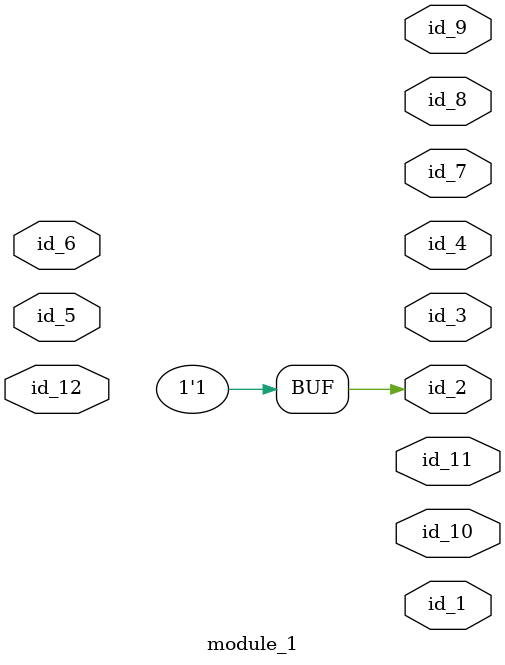
<source format=v>
module module_0 ();
  integer id_2, id_3;
endmodule
module module_1 (
    id_1,
    id_2,
    id_3,
    id_4,
    id_5,
    id_6,
    id_7,
    id_8,
    id_9,
    id_10,
    id_11,
    id_12
);
  input wire id_12;
  output wire id_11;
  output wire id_10;
  output wire id_9;
  output wire id_8;
  output wire id_7;
  input wire id_6;
  input wire id_5;
  output wire id_4;
  output wire id_3;
  output wire id_2;
  output wire id_1;
  assign id_2 = 1;
  wire id_13;
  wire id_14;
  wire id_15;
  module_0 modCall_1 ();
endmodule

</source>
